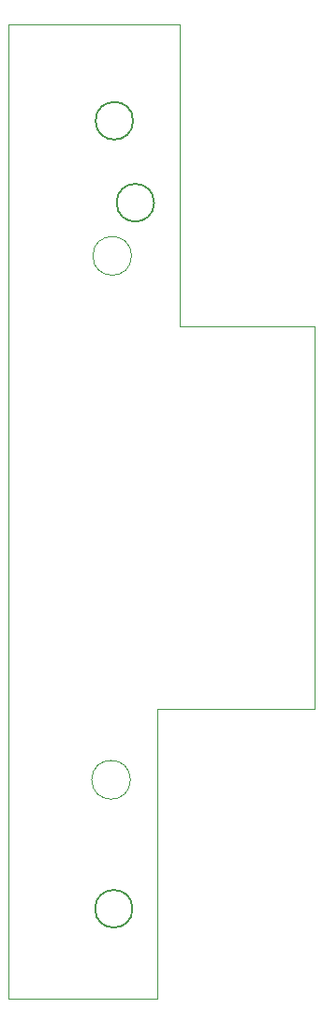
<source format=gbr>
%TF.GenerationSoftware,KiCad,Pcbnew,7.0.2-0*%
%TF.CreationDate,2023-09-18T20:01:19+02:00*%
%TF.ProjectId,FlukePodAdapter,466c756b-6550-46f6-9441-646170746572,rev?*%
%TF.SameCoordinates,Original*%
%TF.FileFunction,Profile,NP*%
%FSLAX46Y46*%
G04 Gerber Fmt 4.6, Leading zero omitted, Abs format (unit mm)*
G04 Created by KiCad (PCBNEW 7.0.2-0) date 2023-09-18 20:01:19*
%MOMM*%
%LPD*%
G01*
G04 APERTURE LIST*
%TA.AperFunction,Profile*%
%ADD10C,0.050000*%
%TD*%
%TA.AperFunction,Profile*%
%ADD11C,0.100000*%
%TD*%
%TA.AperFunction,Profile*%
%ADD12C,0.150000*%
%TD*%
G04 APERTURE END LIST*
D10*
X71050000Y-119600000D02*
G75*
G03*
X71050000Y-119600000I-1750000J0D01*
G01*
D11*
X75500000Y-78700000D02*
X75500000Y-51400000D01*
D12*
X71239700Y-131250000D02*
G75*
G03*
X71239700Y-131250000I-1697056J0D01*
G01*
D11*
X73500000Y-139400000D02*
X60000000Y-139400000D01*
X87700000Y-113200000D02*
X87700000Y-78700000D01*
D10*
X71150000Y-72300000D02*
G75*
G03*
X71150000Y-72300000I-1750000J0D01*
G01*
D11*
X60000000Y-139400000D02*
X60000000Y-51400000D01*
X60000000Y-51400000D02*
X75500000Y-51400000D01*
X75500000Y-78700000D02*
X87700000Y-78700000D01*
D12*
X71289700Y-60100000D02*
G75*
G03*
X71289700Y-60100000I-1697056J0D01*
G01*
D11*
X73500000Y-113200000D02*
X73500000Y-139400000D01*
X73500000Y-113200000D02*
X87700000Y-113200000D01*
D12*
X73189700Y-67500000D02*
G75*
G03*
X73189700Y-67500000I-1697056J0D01*
G01*
M02*

</source>
